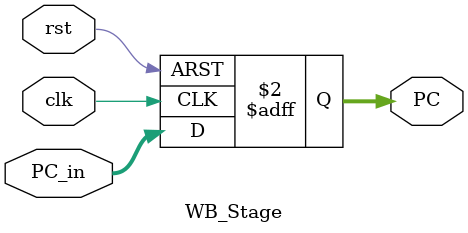
<source format=v>
module WB_Stage
  (
    input clk,
    input rst,
    input[31:0] PC_in,
    output reg[31:0] PC
  );

  always @(posedge clk, posedge rst)
    begin
      if(rst)
        begin
          PC <= 32'b0;
      end
      else
        begin
          PC <= PC_in;
        end
    end

endmodule






</source>
